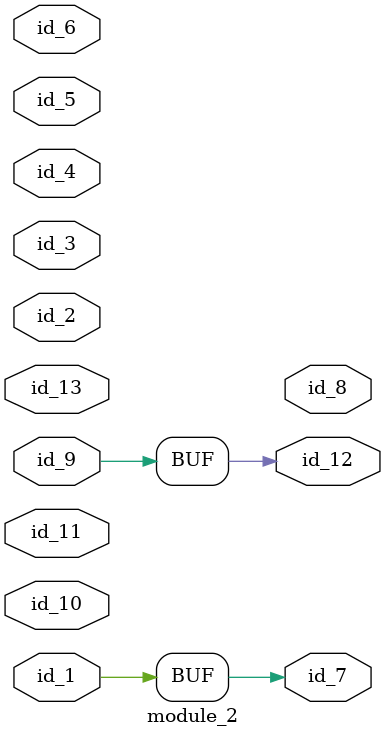
<source format=v>
module module_0;
  supply1 id_1;
  assign id_1 = 1;
  module_2 modCall_1 (
      id_1,
      id_1,
      id_1,
      id_1,
      id_1,
      id_1,
      id_1,
      id_1,
      id_1,
      id_1,
      id_1,
      id_1,
      id_1
  );
endmodule
module module_1 (
    id_1
);
  output wire id_1;
  module_0 modCall_1 ();
  assign id_1 = id_2;
endmodule
module module_2 (
    id_1,
    id_2,
    id_3,
    id_4,
    id_5,
    id_6,
    id_7,
    id_8,
    id_9,
    id_10,
    id_11,
    id_12,
    id_13
);
  inout wire id_13;
  output wire id_12;
  inout wire id_11;
  input wire id_10;
  inout wire id_9;
  output wire id_8;
  output wire id_7;
  inout wire id_6;
  input wire id_5;
  input wire id_4;
  inout wire id_3;
  input wire id_2;
  inout wire id_1;
  assign id_12 = id_9;
  assign id_7  = id_1;
  wire id_14;
endmodule

</source>
